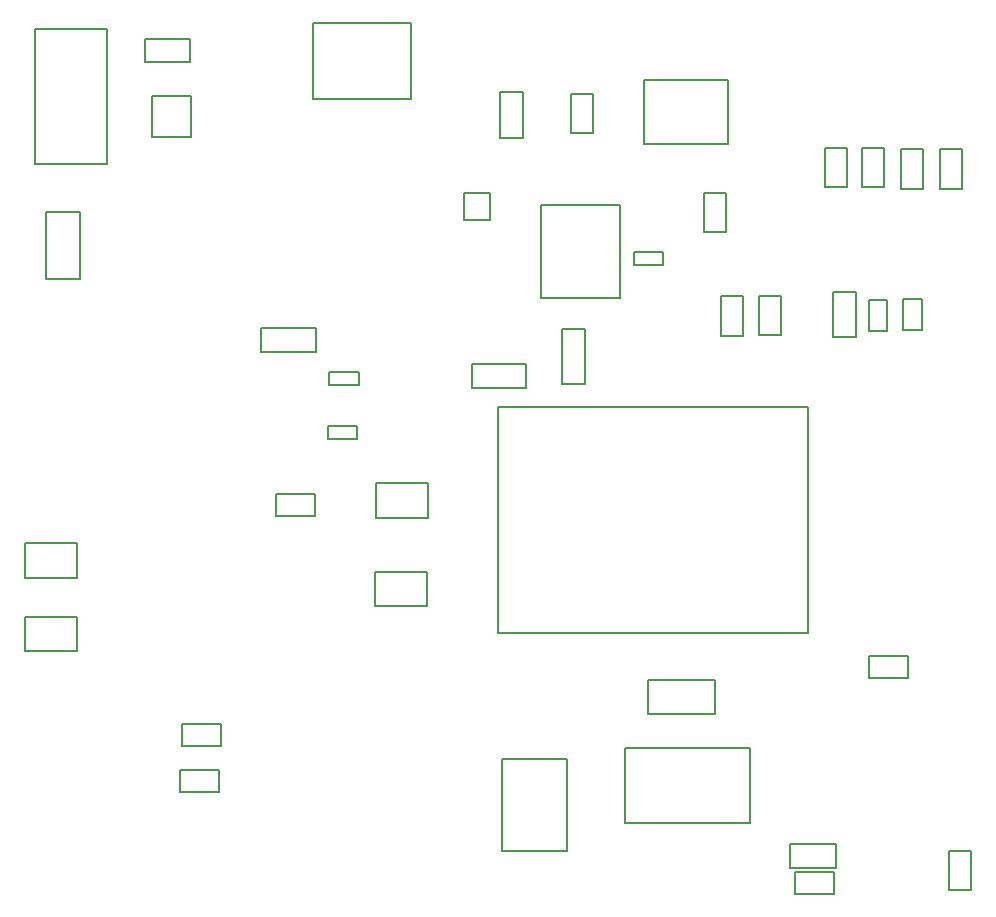
<source format=gbr>
%TF.GenerationSoftware,Altium Limited,Altium Designer,19.0.15 (446)*%
G04 Layer_Color=32768*
%FSLAX45Y45*%
%MOMM*%
%TF.FileFunction,Other,Top_Courtyard*%
%TF.Part,Single*%
G01*
G75*
%TA.AperFunction,NonConductor*%
%ADD86C,0.20000*%
D86*
X7304500Y6117200D02*
X7554500D01*
X7304500D02*
Y6227200D01*
X7554500D01*
Y6117200D02*
Y6227200D01*
X3466594Y1659569D02*
X3797806D01*
X3466594D02*
Y1845631D01*
X3797806D01*
Y1659569D02*
Y1845631D01*
X3225900Y7208700D02*
Y7548700D01*
X3555900D01*
Y7208700D02*
Y7548700D01*
X3225900Y7208700D02*
X3555900D01*
X8777700Y3001500D02*
Y4921500D01*
X6152700Y3001500D02*
X8777700D01*
X6152700D02*
Y4921500D01*
X8777700D01*
X8629389Y1215100D02*
X9015211D01*
Y1020100D02*
Y1215100D01*
X8629389Y1020100D02*
X9015211D01*
X8629389D02*
Y1215100D01*
X8673594Y795969D02*
X9004806D01*
X8673594D02*
Y982031D01*
X9004806D01*
Y795969D02*
Y982031D01*
X8995700Y5895211D02*
X9190700D01*
X8995700Y5509389D02*
Y5895211D01*
Y5509389D02*
X9190700D01*
Y5895211D01*
X7900469Y6400294D02*
X8086531D01*
Y6731506D01*
X7900469D02*
X8086531D01*
X7900469Y6400294D02*
Y6731506D01*
X8923969Y6781294D02*
X9110031D01*
Y7112506D01*
X8923969D02*
X9110031D01*
X8923969Y6781294D02*
Y7112506D01*
X9571669Y6768594D02*
X9757731D01*
Y7099806D01*
X9571669D02*
X9757731D01*
X9571669Y6768594D02*
Y7099806D01*
X9901869Y6768594D02*
X10087931D01*
Y7099806D01*
X9901869D02*
X10087931D01*
X9901869Y6768594D02*
Y7099806D01*
X9241469Y6781294D02*
X9427531D01*
Y7112506D01*
X9241469D02*
X9427531D01*
X9241469Y6781294D02*
Y7112506D01*
X6777669Y7235494D02*
X6963731D01*
Y7566706D01*
X6777669D02*
X6963731D01*
X6777669Y7235494D02*
Y7566706D01*
X8365169Y5526843D02*
X8551231D01*
Y5858056D01*
X8365169D02*
X8551231D01*
X8365169Y5526843D02*
Y5858056D01*
X8047669Y5523994D02*
X8233731D01*
Y5855206D01*
X8047669D02*
X8233731D01*
X8047669Y5523994D02*
Y5855206D01*
X4605325Y3996369D02*
Y4182431D01*
X4274112D02*
X4605325D01*
X4274112Y3996369D02*
Y4182431D01*
Y3996369D02*
X4605325D01*
X3810506Y2050869D02*
Y2236932D01*
X3479294D02*
X3810506D01*
X3479294Y2050869D02*
Y2236932D01*
Y2050869D02*
X3810506D01*
X9295894Y2624769D02*
Y2810831D01*
Y2624769D02*
X9627106D01*
Y2810831D01*
X9295894D02*
X9627106D01*
X9976869Y831175D02*
X10162931D01*
Y1162388D01*
X9976869D02*
X10162931D01*
X9976869Y831175D02*
Y1162388D01*
X9587200Y5832907D02*
X9742200D01*
X9587200Y5571693D02*
Y5832907D01*
Y5571693D02*
X9742200D01*
Y5832907D01*
X9295100Y5823688D02*
X9450100D01*
X9295100Y5562475D02*
Y5823688D01*
Y5562475D02*
X9450100D01*
Y5823688D01*
X5872300Y6501700D02*
Y6731700D01*
Y6501700D02*
X6092300D01*
Y6731700D01*
X5872300D02*
X6092300D01*
X2150799Y3474500D02*
Y3764500D01*
Y3474500D02*
X2590799D01*
Y3764500D01*
X2150799D02*
X2590799D01*
X2150799Y2852200D02*
Y3142200D01*
Y2852200D02*
X2590799D01*
Y3142200D01*
X2150799D02*
X2590799D01*
X6189300Y1939710D02*
X6739300D01*
X6189300Y1159090D02*
Y1939710D01*
Y1159090D02*
X6739300D01*
Y1939710D01*
X6697000Y5116700D02*
X6892000D01*
Y5576700D01*
X6697000D02*
X6892000D01*
X6697000Y5116700D02*
Y5576700D01*
X5932100Y5084100D02*
Y5279100D01*
Y5084100D02*
X6392100D01*
Y5279100D01*
X5932100D02*
X6392100D01*
X5554000Y3233200D02*
Y3523200D01*
X5114000D02*
X5554000D01*
X5114000Y3233200D02*
Y3523200D01*
Y3233200D02*
X5554000D01*
X5566700Y3982500D02*
Y4272500D01*
X5126700D02*
X5566700D01*
X5126700Y3982500D02*
Y4272500D01*
Y3982500D02*
X5566700D01*
X8290200Y1397000D02*
Y2032000D01*
X7229200D02*
X8290200D01*
X7229200Y1397000D02*
Y2032000D01*
Y1397000D02*
X8290200D01*
X7991900Y2320300D02*
Y2607300D01*
X7425900D02*
X7991900D01*
X7425900Y2320300D02*
Y2607300D01*
Y2320300D02*
X7991900D01*
X4611500Y5388900D02*
Y5583900D01*
X4151500D02*
X4611500D01*
X4151500Y5388900D02*
Y5583900D01*
Y5388900D02*
X4611500D01*
X2333000Y6569500D02*
X2620000D01*
X2333000Y6003500D02*
Y6569500D01*
Y6003500D02*
X2620000D01*
Y6569500D01*
X4976400Y5101200D02*
Y5211200D01*
X4726400D02*
X4976400D01*
X4726400Y5101200D02*
Y5211200D01*
Y5101200D02*
X4976400D01*
X4963700Y4644000D02*
Y4754000D01*
X4713700D02*
X4963700D01*
X4713700Y4644000D02*
Y4754000D01*
Y4644000D02*
X4963700D01*
X7391500Y7141800D02*
Y7691800D01*
Y7141800D02*
X8102500D01*
Y7691800D01*
X7391500D02*
X8102500D01*
X5420300Y7527600D02*
Y8169600D01*
X4587300D02*
X5420300D01*
X4587300Y7527600D02*
Y8169600D01*
Y7527600D02*
X5420300D01*
X2238699Y6973730D02*
X2842899D01*
Y8118950D01*
X2238699D02*
X2842899D01*
X2238699Y6973730D02*
Y8118950D01*
X3165353Y7840000D02*
Y8035000D01*
Y7840000D02*
X3551175D01*
Y8035000D01*
X3165353D02*
X3551175D01*
X6522750Y5845985D02*
X7193250D01*
Y6625415D01*
X6522750D02*
X7193250D01*
X6522750Y5845985D02*
Y6625415D01*
X6176300Y7584311D02*
X6371300D01*
X6176300Y7198489D02*
Y7584311D01*
Y7198489D02*
X6371300D01*
Y7584311D01*
%TF.MD5,57f54f8d5b5291165f60744a376c2bca*%
M02*

</source>
